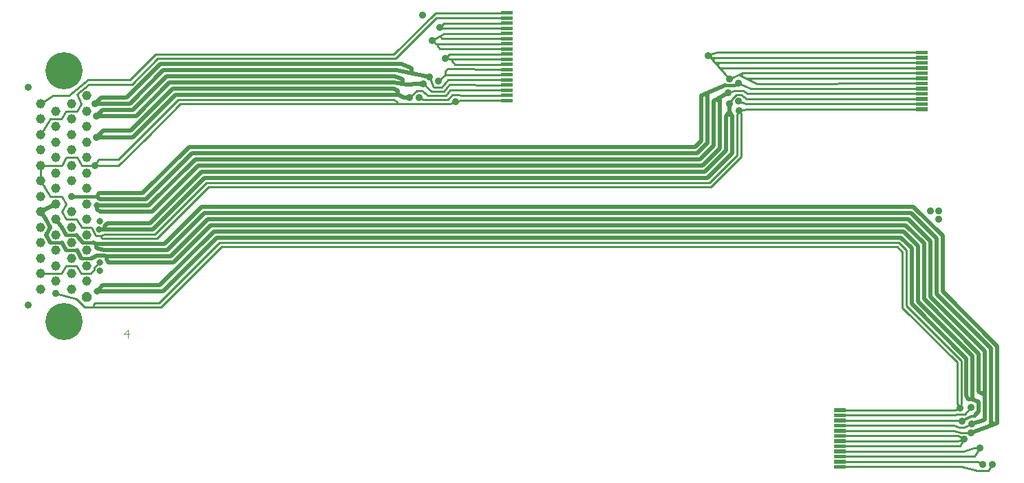
<source format=gbr>
G04 start of page 5 for group 3 idx 4
G04 Title: TFlex, Power *
G04 Creator: pcb-bin 20060822 *
G04 CreationDate: Thu May  3 09:53:11 2007 UTC *
G04 For: stephan *
G04 Format: Gerber/RS-274X *
G04 PCB-Dimensions: 500000 300000 *
G04 PCB-Coordinate-Origin: lower left *
%MOIN*%
%FSLAX24Y24*%
%LNGROUP3*%
%ADD11C,0.0100*%
%ADD12C,0.0200*%
%ADD13C,0.0140*%
%ADD14C,0.0160*%
%ADD15C,0.0040*%
%ADD16C,0.0460*%
%ADD17C,0.1800*%
%ADD18C,0.0360*%
%ADD19C,0.0320*%
%ADD20R,0.0170X0.0170*%
%ADD21C,0.0260*%
%ADD22C,0.1050*%
%ADD23C,0.0120*%
G54D11*X47485Y4750D02*X47705Y4620D01*
X47300Y5000D02*X47575Y5420D01*
X47275Y5400D02*X47575Y5420D01*
X47040Y5000D02*X47300D01*
X47440Y4325D02*X47975D01*
X48180Y4620D01*
X46685Y4500D02*X47440Y4325D01*
X46795Y5250D02*X47275Y5400D01*
X46685Y6150D02*X47155D01*
X46525Y5750D02*X46820Y5845D01*
X46600Y5500D02*X46820Y5845D01*
X46500Y6000D02*X46815Y5845D01*
X47625Y8100D02*X47825Y8200D01*
G54D12*X47525Y8150D02*X47825Y7975D01*
X48125Y10235D02*Y6500D01*
X47825Y10115D02*Y6785D01*
X48425Y6605D02*Y10355D01*
X47525Y9995D02*Y8150D01*
G54D11*X48165Y6675D02*X48280Y6580D01*
G54D12*X47225Y9875D02*Y7775D01*
X46925Y9755D02*Y7950D01*
X47000Y7775D02*X47225D01*
X46925Y7950D02*X47000Y7775D01*
G54D11*X46675Y7575D02*Y9655D01*
X46475Y9575D02*Y7575D01*
X46610Y7350D02*X46675Y7575D01*
X46515Y6750D02*X46710Y6730D01*
X46475Y7575D02*X46610Y7350D01*
G54D12*X47225Y7775D02*X47525Y7650D01*
Y7180D02*X47360Y7000D01*
G54D13*Y6965D02*X47140D01*
G54D12*X47525Y7650D02*Y7180D01*
X47825Y6785D02*X47170Y6585D01*
G54D11*X46845Y7045D02*X47135Y7380D01*
G54D13*X47140Y6965D02*X46710Y6730D01*
G54D11*X46495Y7045D02*X46845D01*
X46370Y7250D02*X46610Y7350D01*
X46355Y7000D02*X46495Y7045D01*
G54D12*X47155Y6150D02*X48425Y6605D01*
G54D11*X46830Y6410D02*X47170Y6585D01*
X46325Y6505D02*X46570Y6410D01*
X46830D01*
X46325Y6250D02*X46685Y6150D01*
G54D12*X45475Y15585D02*Y12885D01*
X45775Y13005D02*X48425Y10355D01*
X45475Y12885D02*X48125Y10235D01*
X44875Y12645D02*X47525Y9995D01*
X45175Y12765D02*X47825Y10115D01*
X44575Y12525D02*X47225Y9875D01*
X44275Y12405D02*X46925Y9755D01*
G54D11*X44025Y12305D02*X46675Y9655D01*
X46475Y9575D02*X43825Y12225D01*
G54D12*X45775Y15705D02*Y13005D01*
X44875Y15345D02*Y12645D01*
X45175Y15465D02*Y12765D01*
X44575Y15225D02*Y12525D01*
X44355Y17125D02*X45775Y15705D01*
X44235Y16825D02*X45475Y15585D01*
X44275Y15105D02*Y12405D01*
G54D11*X44025Y15005D02*Y12305D01*
X43825Y12225D02*Y14925D01*
G54D12*X44115Y16525D02*X45175Y15465D01*
X43995Y16225D02*X44875Y15345D01*
X43875Y15925D02*X44575Y15225D01*
G54D11*X43655Y15375D02*X44025Y15005D01*
G54D12*X43755Y15625D02*X44275Y15105D01*
G54D11*X43825Y14925D02*X43575Y15175D01*
X40985Y7000D02*X46355D01*
X40985Y7250D02*X46370D01*
X40985Y6000D02*X46500D01*
X40985Y6250D02*X46325D01*
X40985Y6500D02*X46325Y6505D01*
X40985Y6750D02*X46515D01*
X40985Y5750D02*X46525D01*
X40985Y4500D02*X46685D01*
X40985Y5500D02*X46600D01*
X40985Y5250D02*X46795D01*
X40985Y5000D02*X47040D01*
X40985Y4750D02*X47485D01*
X44590Y23350D02*X36260D01*
X44590Y23600D02*X36080Y23605D01*
X44590Y23850D02*X34985D01*
X44590Y24600D02*X34860D01*
X44590Y24100D02*X34765D01*
X44590Y24350D02*X34535Y24355D01*
X36515Y23350D02*X36475Y23255D01*
X36775Y23095D02*X35900Y23525D01*
X35130Y23840D02*X35090Y23775D01*
X34900Y24090D02*X34865Y24025D01*
X34860Y24600D02*X34420Y24485D01*
X34705Y24350D02*X34655Y24265D01*
X34525Y24515D02*X34545Y24370D01*
X36080Y23605D02*X35445Y23330D01*
X36085Y23600D02*X36030Y23495D01*
X34420Y24485D02*X35445Y23330D01*
X44590Y23100D02*X36775Y23095D01*
X44590Y22850D02*X36480Y22855D01*
X44590Y22600D02*X36300D01*
X44590Y22350D02*X36270D01*
X36020Y22555D01*
X36245Y22105D02*X35890Y22240D01*
X36020Y22555D02*X35775D01*
X35565Y22355D01*
X36125Y22755D02*X35670D01*
X35565Y22355D02*X35445Y22130D01*
X44590Y21850D02*X36270D01*
X44590Y22100D02*X36245Y22105D01*
X36025Y21600D02*X35900Y21775D01*
X36270Y21850D02*X35900Y21775D01*
G54D12*X35445Y21760D02*Y22130D01*
G54D11*X36025Y19545D02*Y21310D01*
Y21600D01*
X35825Y19625D02*Y21575D01*
G54D12*X35575Y19725D02*Y21395D01*
X35275Y19845D02*Y21390D01*
G54D11*X35900Y21775D02*X35825Y21575D01*
G54D12*X35575Y21395D02*Y21500D01*
G54D11*X35380Y21545D02*X35495D01*
G54D12*X35275Y21390D02*Y21500D01*
X35575D02*X35445Y21760D01*
X35275Y21500D02*X35445Y21760D01*
G54D11*X36480Y22855D02*X35890Y23120D01*
G54D14*X35685Y23005D02*X35890Y23120D01*
G54D11*X36300Y22600D02*X36125Y22755D01*
X35670D02*X35390Y22645D01*
G54D14*X35245Y23005D02*X35685D01*
G54D12*X34975Y19965D02*Y22400D01*
X34375Y18525D02*X35575Y19725D01*
G54D11*X35825Y19625D02*X34475Y18275D01*
G54D12*X34255Y18825D02*X35275Y19845D01*
G54D11*X34555Y18075D02*X36025Y19545D01*
G54D12*X34135Y19125D02*X34975Y19965D01*
X34675Y20085D02*Y22240D01*
X34375Y20205D02*Y22640D01*
X34075Y20325D02*Y22520D01*
X34675Y22240D02*X35390Y22645D01*
G54D11*X34200Y22575D02*X34375Y22400D01*
X34800Y22325D02*X34975Y22125D01*
G54D12*X34075Y22520D02*X35245Y23005D01*
X34015Y19425D02*X34675Y20085D01*
X33895Y19725D02*X34375Y20205D01*
X33775Y20025D02*X34075Y20325D01*
G54D11*X22400Y22275D02*X22175Y22225D01*
X21925Y22775D02*X21700Y22500D01*
X21875Y23050D02*X21600Y22700D01*
X21700Y22500D02*X20850D01*
X20600Y22300D02*X21800D01*
X20850Y22500D02*X20550Y22750D01*
G54D12*X20375Y23075D02*X20550Y23050D01*
G54D11*X21600Y22700D02*X21000D01*
X20550Y22750D02*X20300D01*
X22450Y22525D02*X24375D01*
Y22275D02*X22400D01*
X24375Y22775D02*X21925D01*
X22150Y24025D02*X24375D01*
X22025Y24275D02*Y24175D01*
Y24275D02*X24375D01*
Y24525D02*X21875D01*
X22000Y22550D02*X22350D01*
X22450Y22525D01*
X21800Y22300D02*X22000Y22550D01*
X24375Y23025D02*X21875Y23050D01*
X21800Y23275D02*X24375D01*
Y23775D02*X21825Y23800D01*
X24375Y23525D02*X21675D01*
G54D12*X20050Y23850D02*Y23600D01*
G54D11*X21625Y25525D02*X24375D01*
Y25775D02*X21475D01*
X24375Y25275D02*X21500D01*
X24375Y24775D02*X21400D01*
X24375Y25025D02*X21250D01*
Y26275D02*X24375D01*
Y26025D02*X21625D01*
X21200Y26525D02*X24375D01*
X21625Y26025D02*X21425Y25825D01*
X21500Y25275D02*X21425Y25400D01*
X21300Y24900D02*Y25025D01*
X21250D02*X21050Y25175D01*
X19275Y24300D02*X21250Y26275D01*
X21475Y25775D02*X21425Y25825D01*
X21050Y25175D02*X21625Y25525D01*
X19175Y24500D02*X21200Y26525D01*
X22025Y24175D02*X22150Y24025D01*
X21675Y23700D02*Y23525D01*
X21900Y22100D02*X22175Y22225D01*
X21825Y23800D02*X21675Y23700D01*
Y23525D02*X21350Y23225D01*
X21500Y22900D02*X21800Y23275D01*
X21100Y22900D02*X21500D01*
X20925Y23425D02*X21100Y22900D01*
X21000Y22700D02*X20600Y23075D01*
X20425Y22425D02*X20600Y22300D01*
X20300Y22750D02*X19950Y22425D01*
G54D12*X19675D02*X19950D01*
G54D11*X19350Y22100D02*Y22225D01*
G54D12*X19400Y22550D02*X19675Y22425D01*
X19375Y22750D02*Y22550D01*
G54D11*X19350Y22225D02*X19175Y22300D01*
G54D12*Y22850D02*X19375Y22750D01*
X19800Y23050D02*X20375Y23075D01*
X19600Y23325D02*Y23100D01*
X19325Y23750D02*X20925Y23425D01*
X19200Y23450D02*X19600Y23325D01*
X19550Y24050D02*X20050Y23850D01*
X19175Y23150D02*X19800Y23050D01*
G54D11*X43575Y15175D02*X10850D01*
X10750Y15375D02*X43655D01*
G54D12*X10625Y15625D02*X43755D01*
X10475Y15925D02*X43875D01*
X10325Y16225D02*X43995D01*
X10175Y16525D02*X44115D01*
X10025Y16825D02*X44235D01*
X9875Y17125D02*X44355D01*
G54D11*X10225Y18075D02*X34555D01*
X34475Y18275D02*X10125D01*
G54D12*X10000Y18525D02*X34375D01*
X9875Y18825D02*X34255D01*
X9575Y19425D02*X34015D01*
X9425Y19725D02*X33895D01*
X9725Y19125D02*X34135D01*
X9275Y20025D02*X33775D01*
X8000Y13000D02*X10625Y15625D01*
G54D11*X10850Y15175D02*X7925Y12250D01*
X7825Y12450D02*X10750Y15375D01*
G54D12*X7850Y13300D02*X10475Y15925D01*
G54D11*X8850Y22100D02*X21900D01*
X19175Y22300D02*X8750D01*
G54D12*X8475Y22850D02*X19175D01*
X8325Y23150D02*X19175D01*
X8625Y22550D02*X19400D01*
X8175Y23450D02*X19200D01*
X8025Y23750D02*X19325D01*
X7875Y24050D02*X19550D01*
G54D11*X21875Y24525D02*X21675Y24325D01*
X22025Y24275D01*
X21400Y24775D02*X21300Y24900D01*
X7750Y24300D02*X19275D01*
X7650Y24500D02*X19175D01*
G54D12*X8525Y14425D02*X10325Y16225D01*
X8375Y14725D02*X10175Y16525D01*
X8225Y15025D02*X10025Y16825D01*
X8075Y15325D02*X9875Y17125D01*
G54D11*X7725Y15575D02*X10225Y18075D01*
X10125Y18275D02*X7625Y15775D01*
G54D12*X7475Y16875D02*X9725Y19125D01*
X7500Y16025D02*X10000Y18525D01*
X7375Y16325D02*X9875Y18825D01*
X7325Y17175D02*X9575Y19425D01*
X7175Y17475D02*X9425Y19725D01*
X7025Y17775D02*X9275Y20025D01*
X6550Y20475D02*X8625Y22550D01*
G54D11*X5850Y19125D02*X7200Y20450D01*
X8850Y22100D01*
X8750Y22300D02*X5850Y19400D01*
X4875D01*
X4725Y19125D01*
X5850D02*X4725D01*
G54D12*X4775Y20475D02*X5125Y20825D01*
G54D11*X4975Y20650D02*X5075Y20500D01*
G54D12*X6550Y20475D02*X4775D01*
X5025Y22425D02*X6250D01*
X4775Y21525D02*X5075Y21825D01*
G54D11*X4975Y21675D02*X5075Y21550D01*
G54D12*X4725Y22125D02*X6400D01*
G54D11*X4625Y19125D02*X4725D01*
X6500Y23050D02*X7750Y24300D01*
X6425Y23275D02*X7650Y24500D01*
G54D12*X6400Y22125D02*X8025Y23750D01*
X6250Y22425D02*X7875Y24050D01*
X5075Y21825D02*X6550D01*
X6700Y21525D02*X4775D01*
X6700D02*X8325Y23150D01*
X6550Y21825D02*X8175Y23450D01*
X6450Y20825D02*X8475Y22850D01*
X5125Y20825D02*X6450D01*
X4725Y22125D02*X5025Y22425D01*
G54D11*X4400Y23050D02*X6500D01*
X4375Y23275D02*X6425D01*
X3850Y22575D02*X4400Y23050D01*
X3450Y22500D02*X4375Y23275D01*
X3850Y21750D02*X4050Y22125D01*
X3325Y21750D02*X3850D01*
X4050Y22125D02*X3850Y22575D01*
X2675Y22500D02*X3450D01*
X3850Y19500D02*X4075Y19125D01*
X3325Y19500D02*X3850D01*
X3100Y19125D02*X3325Y19500D01*
X2075Y19125D02*Y18375D01*
Y19125D02*X3100D01*
X2550Y21375D02*X3075D01*
X3325Y21750D01*
X2075Y20625D02*X2550Y21375D01*
X2075Y22125D02*X2675Y22500D01*
G54D12*X4950Y17475D02*X7175D01*
X4975Y16875D02*X7475D01*
X4800Y16975D02*X4975Y16875D01*
X7325Y17175D02*X4800D01*
X4925Y17775D02*X7025D01*
X4800Y17625D02*X4925Y17775D01*
X4800Y17625D02*X4950Y17475D01*
G54D11*X4075Y19125D02*X4625D01*
G54D12*X5375Y16025D02*X7500D01*
X5325Y16325D02*X7375D01*
G54D11*X7625Y15775D02*X5175D01*
X5050Y15575D02*X7725D01*
G54D12*X4925Y16025D02*X5375D01*
X4800Y17175D02*Y16975D01*
X5175Y16175D02*X5325Y16325D01*
G54D11*X4075Y16125D02*X4550D01*
X4975Y15725D02*X5050Y15575D01*
G54D12*X5175Y16025D02*Y16175D01*
G54D11*X4975Y15725D02*X4750D01*
X5175Y15775D02*X4975Y15725D01*
X4750D02*X4550Y16125D01*
G54D12*X5275Y14575D02*X5350Y14425D01*
X5050Y14750D02*X5400Y14725D01*
X4825Y14750D02*X5050D01*
X4625Y15375D02*X4775Y15325D01*
Y15100D01*
X4550Y14625D02*X4825Y14750D01*
G54D14*X4100Y15375D02*X4625D01*
G54D12*X5400Y14725D02*X8375D01*
X5275D02*Y14575D01*
X5150Y15025D02*X8225D01*
X5350Y14425D02*X8525D01*
X7850Y13300D02*X5075D01*
X4825Y13000D01*
G54D11*X4725Y12450D02*X7825D01*
X4650Y12250D02*Y12375D01*
X4725Y12450D01*
X4500Y13875D02*X4675Y14075D01*
X7925Y12250D02*X4200D01*
G54D12*X4775Y15100D02*X5150Y15025D01*
X4775Y15325D02*X8075D01*
G54D11*X4675Y14075D02*Y14175D01*
X4950Y14425D01*
X4050Y13875D02*X4500D01*
X3825Y14250D02*X4050Y13875D01*
G54D12*X3850Y15000D02*X4050Y14625D01*
G54D11*X4200Y12250D02*X3800Y12650D01*
G54D14*X4050Y14625D02*X4550D01*
G54D11*X3300Y14250D02*X3825D01*
X3075Y13875D02*X3300Y14250D01*
G54D12*X8000Y13000D02*X4825D01*
G54D11*X3800Y12650D02*X2825Y12925D01*
G54D12*X3825Y15750D02*X4100Y15375D01*
G54D14*X3300Y15750D02*X3825D01*
X3300Y15000D02*X3850D01*
G54D11*X4075Y16125D02*X3825Y16500D01*
X3325D01*
G54D12*X3125Y16125D02*X3300Y15750D01*
X3100Y15375D02*X3300Y15000D01*
G54D14*X2550Y15375D02*X3100D01*
G54D12*X2350Y15750D02*X2550Y15375D01*
G54D11*X2075Y13875D02*X3075D01*
G54D12*X2825Y16500D02*X3125Y16125D01*
X2550D02*X2350Y15750D01*
X2325Y16550D02*X2550Y16125D01*
X2075Y16875D02*X2325Y16550D01*
G54D11*X3325Y16500D02*X3100Y16875D01*
G54D14*X3575Y17625D02*X4800D01*
G54D11*X3100Y16875D02*X3325Y17250D01*
X3100Y17625D01*
X2550D02*X2075Y18375D01*
X3100Y17625D02*X2550D01*
G54D12*X2075Y16875D02*X2825Y17250D01*
G54D15*X6125Y10950D02*X6325Y11150D01*
X6125Y10950D02*X6375D01*
X6325Y11150D02*Y10750D01*
G54D16*X4325Y15000D03*
Y15750D03*
Y16500D03*
Y17250D03*
Y18000D03*
Y18750D03*
Y19500D03*
Y20250D03*
Y21000D03*
Y21750D03*
Y22500D03*
X3575Y14625D03*
Y15375D03*
Y16125D03*
Y16875D03*
Y18375D03*
Y19125D03*
Y19875D03*
Y20625D03*
Y21375D03*
X4325Y13500D03*
Y14250D03*
X3575Y13125D03*
G54D12*G36*
X4555Y12845D02*X4420Y12980D01*
X4229D01*
X4095Y12845D01*
Y12654D01*
X4229Y12520D01*
X4420D01*
X4555Y12654D01*
Y12845D01*
G37*
G54D16*X3575Y13875D03*
X2825Y18000D03*
Y18750D03*
Y19500D03*
Y20250D03*
Y21000D03*
Y21750D03*
Y15000D03*
Y15750D03*
X2075Y15375D03*
X2825Y16500D03*
Y17250D03*
X2075Y16125D03*
Y16875D03*
X3575Y22125D03*
G54D17*X3200Y23700D03*
G54D16*X2075Y22125D03*
X2825Y13500D03*
Y14250D03*
X2075Y13125D03*
Y13875D03*
G54D17*X3200Y11550D03*
G54D16*X2075Y14625D03*
Y17625D03*
Y19875D03*
Y20625D03*
Y18375D03*
Y21375D03*
Y19125D03*
G54D18*X48180Y4620D03*
X47705D03*
X47575Y5420D03*
X47155Y6150D03*
X46815Y5845D03*
X47170Y6585D03*
X47135Y7380D03*
X46710Y6730D03*
X46610Y7350D03*
X45575Y16925D03*
Y16525D03*
X45175Y16925D03*
X35900Y21775D03*
X35445Y22130D03*
X35890Y22240D03*
X35390Y22645D03*
X35445Y23330D03*
X35890Y23120D03*
X34400Y24450D03*
X22175Y22225D03*
X21675Y24325D03*
X21425Y25825D03*
X21350Y23225D03*
X21050Y25175D03*
X20925Y23425D03*
X20600Y23075D03*
X20575Y26425D03*
X20425Y22425D03*
X19950D03*
X4775Y20475D03*
G54D19*X4800Y17175D03*
G54D18*X4725Y19125D03*
X3575Y17625D03*
X4775Y21525D03*
X4725Y22125D03*
X1475Y22900D03*
G54D19*X4950Y14025D03*
Y14425D03*
Y16425D03*
X4925Y16025D03*
X4825Y13000D03*
G54D18*X2825Y12925D03*
X1475Y12350D03*
G54D20*X40600Y4750D02*X41000D01*
X40600Y4500D02*X41000D01*
X40600Y5000D02*X41000D01*
X40600Y5500D02*X41000D01*
X40600Y5250D02*X41000D01*
X40600Y5750D02*X41000D01*
X40600Y6000D02*X41000D01*
X40600Y6250D02*X41000D01*
X40600Y6500D02*X41000D01*
X40600Y7000D02*X41000D01*
X40600Y6750D02*X41000D01*
X40600Y7250D02*X41000D01*
X44575Y21850D02*X44975D01*
X44575Y22100D02*X44975D01*
X44575Y22350D02*X44975D01*
X44575Y22600D02*X44975D01*
X44575Y22850D02*X44975D01*
X44575Y23100D02*X44975D01*
X44575Y23350D02*X44975D01*
X44575Y23600D02*X44975D01*
X44575Y23850D02*X44975D01*
X44575Y24100D02*X44975D01*
X44575Y24350D02*X44975D01*
X44575Y24600D02*X44975D01*
X24450Y22275D02*X24850D01*
X24450Y22525D02*X24850D01*
X24450Y22775D02*X24850D01*
X24450Y23025D02*X24850D01*
X24450Y23275D02*X24850D01*
X24450Y23525D02*X24850D01*
X24450Y23775D02*X24850D01*
X24450Y24025D02*X24850D01*
X24450Y24275D02*X24850D01*
X24450Y24525D02*X24850D01*
X24450Y24775D02*X24850D01*
X24450Y25025D02*X24850D01*
X24450Y25275D02*X24850D01*
X24450Y25525D02*X24850D01*
X24450Y25775D02*X24850D01*
X24450Y26025D02*X24850D01*
X24450Y26275D02*X24850D01*
X24450Y26525D02*X24850D01*
G54D21*%LNGROUP3_C1*%
%LPC*%
G54D22*G54D21*G54D22*G54D21*G54D23*M02*

</source>
